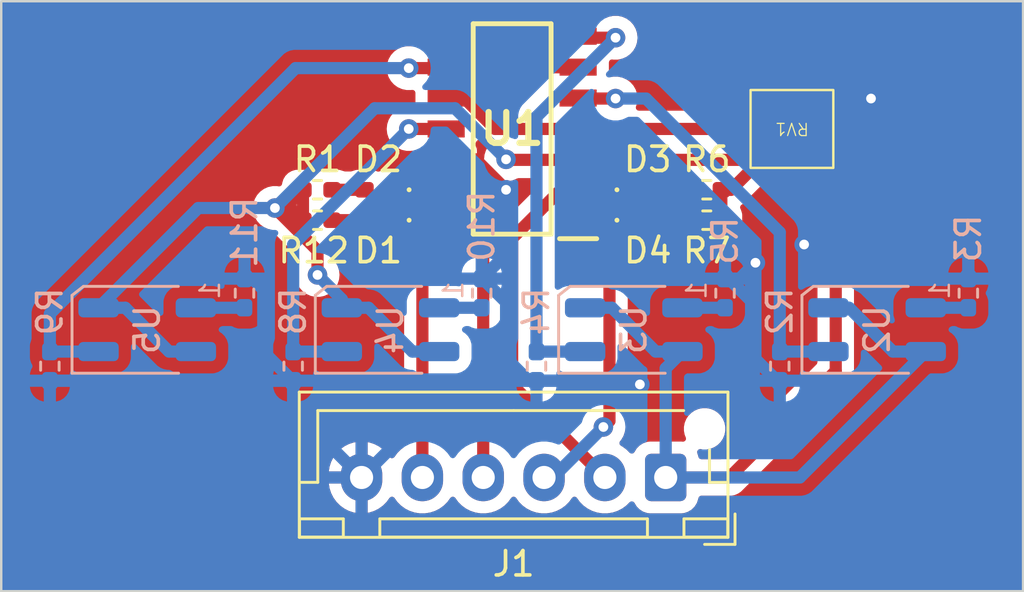
<source format=kicad_pcb>
(kicad_pcb (version 20240108) (generator "pcbnew") (generator_version "8.0")
  (layers (0 "F.Cu" signal) (31 "B.Cu" signal) (34 "B.Paste" user) (35 "F.Paste" user) (36 "B.SilkS" user "B.Silkscreen") (37 "F.SilkS" user "F.Silkscreen") (38 "B.Mask" user) (39 "F.Mask" user) (44 "Edge.Cuts" user))
  (net 0 "")
  (net 1 "Net-(D1-A)")
  (net 2 "Net-(D1-K)")
  (net 3 "Net-(D2-A)")
  (net 4 "Net-(D2-K)")
  (net 5 "Net-(D3-A)")
  (net 6 "Net-(D3-K)")
  (net 7 "Net-(D4-A)")
  (net 8 "Net-(D4-K)")
  (net 9 "GND")
  (net 10 "+3.3V")
  (net 11 "SIGNAL_IR_01")
  (net 12 "Net-(U2-K)")
  (net 13 "SIGNAL_IR_02")
  (net 14 "Net-(U3-K)")
  (net 15 "SIGNAL_IR_03")
  (net 16 "SIGNAL_IR_04")
  (net 17 "Net-(U4-K)")
  (net 18 "Net-(U5-K)")
  (net 19 "V_REF_IR")
  (footprint "Resistor_SMD:R_0402_1005Metric_Pad0.72x0.64mm_HandSolder" (layer "F.Cu") (at 86.189 70.425)
    (property "Reference" "R12" (at -0.1525 1.25 360) (layer "F.SilkS"))
    (property "Value" "330R" (hide yes))
    (fp_line (start -0.167621 -0.38) (end 0.167621 -0.38) (stroke (width 0.12)) (layer "F.SilkS"))
    (fp_line (start -0.167621 0.38) (end 0.167621 0.38) (stroke (width 0.12)) (layer "F.SilkS"))
    (pad "1" smd roundrect (at -0.5975 0) (size 0.715 0.64) (layers "F.Cu" "F.Paste" "F.Mask") (net 10 "+3.3V"))
    (pad "2" smd roundrect (at 0.5975 0) (size 0.715 0.64) (layers "F.Cu" "F.Paste" "F.Mask") (net 1 "Net-(D1-A)"))
  )
  (footprint "LED_SMD:LED_0402_1005Metric_Pad0.77x0.64mm_HandSolder" (layer "F.Cu") (at 88.689 69.175 180)
    (property "Reference" "D2" (at 0 1.25 180) (layer "F.SilkS"))
    (property "Value" "LED" (hide yes))
    (fp_circle (center -1.265 0) (end -1.215 0) (stroke (width 0.1)) (fill none) (layer "F.SilkS"))
    (pad "1" smd roundrect (at -0.5725 0 180) (size 0.765 0.64) (layers "F.Cu" "F.Paste" "F.Mask") (net 4 "Net-(D2-K)"))
    (pad "2" smd roundrect (at 0.5725 0 180) (size 0.765 0.64) (layers "F.Cu" "F.Paste" "F.Mask") (net 3 "Net-(D2-A)"))
  )
  (footprint "LED_SMD:LED_0402_1005Metric_Pad0.77x0.64mm_HandSolder" (layer "F.Cu") (at 99.7615 70.425)
    (property "Reference" "D4" (at 0 1.25 360) (layer "F.SilkS"))
    (property "Value" "LED" (hide yes))
    (fp_circle (center -1.265 0) (end -1.215 0) (stroke (width 0.1)) (fill none) (layer "F.SilkS"))
    (pad "1" smd roundrect (at -0.5725 0) (size 0.765 0.64) (layers "F.Cu" "F.Paste" "F.Mask") (net 8 "Net-(D4-K)"))
    (pad "2" smd roundrect (at 0.5725 0) (size 0.765 0.64) (layers "F.Cu" "F.Paste" "F.Mask") (net 7 "Net-(D4-A)"))
  )
  (footprint "Connector_JST:JST_XH_B6B-XH-AM_1x06_P2.50mm_Vertical" (layer "F.Cu") (at 100.5 81 180)
    (property "Reference" "J1" (at 6.25 -3.55 180) (layer "F.SilkS"))
    (property "Value" "Conn_01x06_Socket" (hide yes))
    (fp_line (start 15.06 3.51) (end 15.06 -2.46) (stroke (width 0.12)) (layer "F.SilkS"))
    (fp_line (start 15.06 -2.46) (end -2.56 -2.46) (stroke (width 0.12)) (layer "F.SilkS"))
    (fp_line (start 15.05 -0.2) (end 14.3 -0.2) (stroke (width 0.12)) (layer "F.SilkS"))
    (fp_line (start 15.05 -1.7) (end 15.05 -2.45) (stroke (width 0.12)) (layer "F.SilkS"))
    (fp_line (start 15.05 -2.45) (end 13.25 -2.45) (stroke (width 0.12)) (layer "F.SilkS"))
    (fp_line (start 14.3 2.75) (end 6.25 2.75) (stroke (width 0.12)) (layer "F.SilkS"))
    (fp_line (start 14.3 -0.2) (end 14.3 2.75) (stroke (width 0.12)) (layer "F.SilkS"))
    (fp_line (start 13.25 -1.7) (end 15.05 -1.7) (stroke (width 0.12)) (layer "F.SilkS"))
    (fp_line (start 13.25 -2.45) (end 13.25 -1.7) (stroke (width 0.12)) (layer "F.SilkS"))
    (fp_line (start 11.75 -1.7) (end 11.75 -2.45) (stroke (width 0.12)) (layer "F.SilkS"))
    (fp_line (start 11.75 -2.45) (end 0.75 -2.45) (stroke (width 0.12)) (layer "F.SilkS"))
    (fp_line (start 6.25 2.75) (end -0.74 2.75) (stroke (width 0.12)) (layer "F.SilkS"))
    (fp_line (start 0.75 -1.7) (end 11.75 -1.7) (stroke (width 0.12)) (layer "F.SilkS"))
    (fp_line (start 0.75 -2.45) (end 0.75 -1.7) (stroke (width 0.12)) (layer "F.SilkS"))
    (fp_line (start -0.75 -1.7) (end -0.75 -2.45) (stroke (width 0.12)) (layer "F.SilkS"))
    (fp_line (start -0.75 -2.45) (end -2.55 -2.45) (stroke (width 0.12)) (layer "F.SilkS"))
    (fp_line (start -1.6 -2.75) (end -2.85 -2.75) (stroke (width 0.12)) (layer "F.SilkS"))
    (fp_line (start -1.8 -0.2) (end -1.8 1.14) (stroke (width 0.12)) (layer "F.SilkS"))
    (fp_line (start -2.55 -0.2) (end -1.8 -0.2) (stroke (width 0.12)) (layer "F.SilkS"))
    (fp_line (start -2.55 -1.7) (end -0.75 -1.7) (stroke (width 0.12)) (layer "F.SilkS"))
    (fp_line (start -2.55 -2.45) (end -2.55 -1.7) (stroke (width 0.12)) (layer "F.SilkS"))
    (fp_line (start -2.56 3.51) (end 15.06 3.51) (stroke (width 0.12)) (layer "F.SilkS"))
    (fp_line (start -2.56 -2.46) (end -2.56 3.51) (stroke (width 0.12)) (layer "F.SilkS"))
    (fp_line (start -2.85 -2.75) (end -2.85 -1.5) (stroke (width 0.12)) (layer "F.SilkS"))
    (pad "" np_thru_hole circle (at -1.6 2 180) (size 1.2 1.2) (drill 1.2) (layers "*.Cu" "*.Mask"))
    (pad "1" thru_hole roundrect (at 0 0 180) (size 1.7 1.95) (drill 0.95) (layers "*.Cu" "*.Mask") (roundrect_rratio 0.147059) (net 10 "+3.3V"))
    (pad "2" thru_hole oval (at 2.5 0 180) (size 1.7 1.95) (drill 0.95) (layers "*.Cu" "*.Mask") (net 6 "Net-(D3-K)"))
    (pad "3" thru_hole oval (at 5 0 180) (size 1.7 1.95) (drill 0.95) (layers "*.Cu" "*.Mask") (net 8 "Net-(D4-K)"))
    (pad "4" thru_hole oval (at 7.5 0 180) (size 1.7 1.95) (drill 0.95) (layers "*.Cu" "*.Mask") (net 4 "Net-(D2-K)"))
    (pad "5" thru_hole oval (at 10 0 180) (size 1.7 1.95) (drill 0.95) (layers "*.Cu" "*.Mask") (net 2 "Net-(D1-K)"))
    (pad "6" thru_hole oval (at 12.5 0 180) (size 1.7 1.95) (drill 0.95) (layers "*.Cu" "*.Mask") (net 9 "GND"))
  )
  (footprint "Resistor_SMD:R_0402_1005Metric_Pad0.72x0.64mm_HandSolder" (layer "F.Cu") (at 102.189 70.425 180)
    (property "Reference" "R7" (at 0 -1.25 180) (layer "F.SilkS"))
    (property "Value" "330R" (hide yes))
    (fp_line (start -0.167621 0.38) (end 0.167621 0.38) (stroke (width 0.12)) (layer "F.SilkS"))
    (fp_line (start -0.167621 -0.38) (end 0.167621 -0.38) (stroke (width 0.12)) (layer "F.SilkS"))
    (pad "1" smd roundrect (at -0.5975 0 180) (size 0.715 0.64) (layers "F.Cu" "F.Paste" "F.Mask") (net 10 "+3.3V"))
    (pad "2" smd roundrect (at 0.5975 0 180) (size 0.715 0.64) (layers "F.Cu" "F.Paste" "F.Mask") (net 7 "Net-(D4-A)"))
  )
  (footprint "User_defined_footprints:SOIC127P600X175-14N" (layer "F.Cu") (at 94.189 66.675 180)
    (property "Reference" "U1" (at 0 0 180) (layer "F.SilkS") (effects (font (size 1.27 1.27) (thickness 0.254))))
    (property "Value" "LM2901" (hide yes))
    (fp_line (start 1.6 4.325) (end -1.6 4.325) (stroke (width 0.2)) (layer "F.SilkS"))
    (fp_line (start 1.6 -4.325) (end 1.6 4.325) (stroke (width 0.2)) (layer "F.SilkS"))
    (fp_line (start -1.6 4.325) (end -1.6 -4.325) (stroke (width 0.2)) (layer "F.SilkS"))
    (fp_line (start -1.6 -4.325) (end 1.6 -4.325) (stroke (width 0.2)) (layer "F.SilkS"))
    (fp_line (start -3.475 -4.51) (end -1.95 -4.51) (stroke (width 0.2)) (layer "F.SilkS"))
    (pad "1" smd rect (at -2.712 -3.81 270) (size 0.7 1.525) (layers "F.Cu" "F.Paste" "F.Mask") (net 8 "Net-(D4-K)"))
    (pad "2" smd rect (at -2.712 -2.54 270) (size 0.7 1.525) (layers "F.Cu" "F.Paste" "F.Mask") (net 6 "Net-(D3-K)"))
    (pad "3" smd rect (at -2.712 -1.27 270) (size 0.7 1.525) (layers "F.Cu" "F.Paste" "F.Mask") (net 10 "+3.3V"))
    (pad "4" smd rect (at -2.712 0 270) (size 0.7 1.525) (layers "F.Cu" "F.Paste" "F.Mask") (net 19 "V_REF_IR"))
    (pad "5" smd rect (at -2.712 1.27 270) (size 0.7 1.525) (layers "F.Cu" "F.Paste" "F.Mask") (net 11 "SIGNAL_IR_01"))
    (pad "6" smd rect (at -2.712 2.54 270) (size 0.7 1.525) (layers "F.Cu" "F.Paste" "F.Mask") (net 19 "V_REF_IR"))
    (pad "7" smd rect (at -2.712 3.81 270) (size 0.7 1.525) (layers "F.Cu" "F.Paste" "F.Mask") (net 13 "SIGNAL_IR_02"))
    (pad "8" smd rect (at 2.712 3.81 270) (size 0.7 1.525) (layers "F.Cu" "F.Paste" "F.Mask") (net 19 "V_REF_IR"))
    (pad "9" smd rect (at 2.712 2.54 270) (size 0.7 1.525) (layers "F.Cu" "F.Paste" "F.Mask") (net 16 "SIGNAL_IR_04"))
    (pad "10" smd rect (at 2.712 1.27 270) (size 0.7 1.525) (layers "F.Cu" "F.Paste" "F.Mask") (net 19 "V_REF_IR"))
    (pad "11" smd rect (at 2.712 0 270) (size 0.7 1.525) (layers "F.Cu" "F.Paste" "F.Mask") (net 15 "SIGNAL_IR_03"))
    (pad "12" smd rect (at 2.712 -1.27 270) (size 0.7 1.525) (layers "F.Cu" "F.Paste" "F.Mask") (net 9 "GND"))
    (pad "13" smd rect (at 2.712 -2.54 270) (size 0.7 1.525) (layers "F.Cu" "F.Paste" "F.Mask") (net 4 "Net-(D2-K)"))
    (pad "14" smd rect (at 2.712 -3.81 270) (size 0.7 1.525) (layers "F.Cu" "F.Paste" "F.Mask") (net 2 "Net-(D1-K)"))
  )
  (footprint "User_defined_footprints:Potencjometr 3,2x3,4" (layer "F.Cu") (at 105.689 66.675 180)
    (property "Reference" "RV1" (at 0 0 180) (layer "F.SilkS") (effects (font (size 0.5 0.5) (thickness 0.05))))
    (property "Value" "R_Potentiometer" (hide yes))
    (fp_rect (start -1.7 -1.6) (end 1.7 1.6) (stroke (width 0.1)) (fill none) (layer "F.SilkS"))
    (pad "1" smd roundrect (at -1.8 -1.2 180) (size 1.5 1) (layers "F.Cu" "F.Paste" "F.Mask") (net 10 "+3.3V"))
    (pad "2" smd roundrect (at 1.8 0 180) (size 1.5 1) (layers "F.Cu" "F.Paste" "F.Mask") (net 19 "V_REF_IR"))
    (pad "3" smd roundrect (at -1.8 1.2 180) (size 1.5 1) (layers "F.Cu" "F.Paste" "F.Mask") (net 9 "GND"))
  )
  (footprint "Resistor_SMD:R_0402_1005Metric_Pad0.72x0.64mm_HandSolder" (layer "F.Cu") (at 86.189 69.175)
    (property "Reference" "R1" (at 0 -1.25 360) (layer "F.SilkS"))
    (property "Value" "330R" (hide yes))
    (fp_line (start -0.167621 -0.38) (end 0.167621 -0.38) (stroke (width 0.12)) (layer "F.SilkS"))
    (fp_line (start -0.167621 0.38) (end 0.167621 0.38) (stroke (width 0.12)) (layer "F.SilkS"))
    (pad "1" smd roundrect (at -0.5975 0) (size 0.715 0.64) (layers "F.Cu" "F.Paste" "F.Mask") (net 10 "+3.3V"))
    (pad "2" smd roundrect (at 0.5975 0) (size 0.715 0.64) (layers "F.Cu" "F.Paste" "F.Mask") (net 3 "Net-(D2-A)"))
  )
  (footprint "LED_SMD:LED_0402_1005Metric_Pad0.77x0.64mm_HandSolder" (layer "F.Cu") (at 88.689 70.425 180)
    (property "Reference" "D1" (at 0 -1.25 180) (layer "F.SilkS"))
    (property "Value" "LED" (hide yes))
    (fp_circle (center -1.265 0) (end -1.215 0) (stroke (width 0.1)) (fill none) (layer "F.SilkS"))
    (pad "1" smd roundrect (at -0.5725 0 180) (size 0.765 0.64) (layers "F.Cu" "F.Paste" "F.Mask") (net 2 "Net-(D1-K)"))
    (pad "2" smd roundrect (at 0.5725 0 180) (size 0.765 0.64) (layers "F.Cu" "F.Paste" "F.Mask") (net 1 "Net-(D1-A)"))
  )
  (footprint "Resistor_SMD:R_0402_1005Metric_Pad0.72x0.64mm_HandSolder" (layer "F.Cu") (at 102.189 69.175 180)
    (property "Reference" "R6" (at 0 1.25 180) (layer "F.SilkS"))
    (property "Value" "330R" (hide yes))
    (fp_line (start -0.167621 0.38) (end 0.167621 0.38) (stroke (width 0.12)) (layer "F.SilkS"))
    (fp_line (start -0.167621 -0.38) (end 0.167621 -0.38) (stroke (width 0.12)) (layer "F.SilkS"))
    (pad "1" smd roundrect (at -0.5975 0 180) (size 0.715 0.64) (layers "F.Cu" "F.Paste" "F.Mask") (net 10 "+3.3V"))
    (pad "2" smd roundrect (at 0.5975 0 180) (size 0.715 0.64) (layers "F.Cu" "F.Paste" "F.Mask") (net 5 "Net-(D3-A)"))
  )
  (footprint "LED_SMD:LED_0402_1005Metric_Pad0.77x0.64mm_HandSolder" (layer "F.Cu") (at 99.7615 69.175)
    (property "Reference" "D3" (at 0 -1.25 360) (layer "F.SilkS"))
    (property "Value" "LED" (hide yes))
    (fp_circle (center -1.265 0) (end -1.215 0) (stroke (width 0.1)) (fill none) (layer "F.SilkS"))
    (pad "1" smd roundrect (at -0.5725 0) (size 0.765 0.64) (layers "F.Cu" "F.Paste" "F.Mask") (net 6 "Net-(D3-K)"))
    (pad "2" smd roundrect (at 0.5725 0) (size 0.765 0.64) (layers "F.Cu" "F.Paste" "F.Mask") (net 5 "Net-(D3-A)"))
  )
  (footprint "Resistor_SMD:R_0402_1005Metric_Pad0.72x0.64mm_HandSolder" (layer "B.Cu") (at 112.939 73.425 90)
    (property "Reference" "R3" (at 2.25 0 270) (layer "B.SilkS") (effects (justify mirror)))
    (property "Value" "110R")
    (fp_line (start 0.167621 -0.38) (end -0.167621 -0.38) (stroke (width 0.12)) (layer "B.SilkS"))
    (fp_line (start 0.167621 0.38) (end -0.167621 0.38) (stroke (width 0.12)) (layer "B.SilkS"))
    (pad "1" smd roundrect (at -0.5975 0 90) (size 0.715 0.64) (layers "B.Cu" "B.Paste" "B.Mask") (net 12 "Net-(U2-K)"))
    (pad "2" smd roundrect (at 0.5975 0 90) (size 0.715 0.64) (layers "B.Cu" "B.Paste" "B.Mask") (net 9 "GND"))
  )
  (footprint "Resistor_SMD:R_0402_1005Metric_Pad0.72x0.64mm_HandSolder" (layer "B.Cu") (at 95.189 76.425 -90)
    (property "Reference" "R4" (at -2.25 0 90) (layer "B.SilkS") (effects (justify mirror)))
    (property "Value" "22kR")
    (fp_line (start 0.167621 0.38) (end -0.167621 0.38) (stroke (width 0.12)) (layer "B.SilkS"))
    (fp_line (start 0.167621 -0.38) (end -0.167621 -0.38) (stroke (width 0.12)) (layer "B.SilkS"))
    (pad "1" smd roundrect (at -0.5975 0 270) (size 0.715 0.64) (layers "B.Cu" "B.Paste" "B.Mask") (net 13 "SIGNAL_IR_02"))
    (pad "2" smd roundrect (at 0.5975 0 270) (size 0.715 0.64) (layers "B.Cu" "B.Paste" "B.Mask") (net 9 "GND"))
  )
  (footprint "OptoDevice:Everlight_ITR1201SR10AR" (layer "B.Cu") (at 79.189 74.925 -90)
    (property "Reference" "U5" (at 0 0 -90) (layer "B.SilkS") (effects (justify mirror)))
    (property "Value" "ITR8307-S17-TR8" (hide yes))
    (fp_line (start 1.79 3.09) (end -1.41 3.09) (stroke (width 0.12)) (layer "B.SilkS"))
    (fp_line (start -1.78 2.62) (end -1.41 3.09) (stroke (width 0.12)) (layer "B.SilkS"))
    (fp_line (start -1.78 -1.28) (end -1.78 2.62) (stroke (width 0.12)) (layer "B.SilkS"))
    (fp_line (start 1.79 -1.29) (end 1.79 3.09) (stroke (width 0.12)) (layer "B.SilkS"))
    (fp_text user "1" (at -2.06 -3.05 90) (layer "B.SilkS") (effects (font (size 0.8 0.8) (thickness 0.1)) (justify left bottom mirror)))
    (pad "1" smd roundrect (at -0.9 -2 270) (size 0.79 1.66) (layers "B.Cu" "B.Paste" "B.Mask") (net 18 "Net-(U5-K)"))
    (pad "2" smd roundrect (at -0.9 2 270) (size 0.79 1.66) (layers "B.Cu" "B.Paste" "B.Mask") (net 10 "+3.3V"))
    (pad "3" smd roundrect (at 0.9 -2 270) (size 0.79 1.66) (layers "B.Cu" "B.Paste" "B.Mask") (net 10 "+3.3V"))
    (pad "4" smd roundrect (at 0.9 2 270) (size 0.79 1.66) (layers "B.Cu" "B.Paste" "B.Mask") (net 16 "SIGNAL_IR_04"))
  )
  (footprint "Resistor_SMD:R_0402_1005Metric_Pad0.72x0.64mm_HandSolder" (layer "B.Cu") (at 85.189 76.425 -90)
    (property "Reference" "R8" (at -2.25 0 90) (layer "B.SilkS") (effects (justify mirror)))
    (property "Value" "22kR")
    (fp_line (start 0.167621 0.38) (end -0.167621 0.38) (stroke (width 0.12)) (layer "B.SilkS"))
    (fp_line (start 0.167621 -0.38) (end -0.167621 -0.38) (stroke (width 0.12)) (layer "B.SilkS"))
    (pad "1" smd roundrect (at -0.5975 0 270) (size 0.715 0.64) (layers "B.Cu" "B.Paste" "B.Mask") (net 15 "SIGNAL_IR_03"))
    (pad "2" smd roundrect (at 0.5975 0 270) (size 0.715 0.64) (layers "B.Cu" "B.Paste" "B.Mask") (net 9 "GND"))
  )
  (footprint "Resistor_SMD:R_0402_1005Metric_Pad0.72x0.64mm_HandSolder" (layer "B.Cu") (at 75.189 76.425 -90)
    (property "Reference" "R9" (at -2.25 0 90) (layer "B.SilkS") (effects (justify mirror)))
    (property "Value" "22kR")
    (fp_line (start 0.167621 0.38) (end -0.167621 0.38) (stroke (width 0.12)) (layer "B.SilkS"))
    (fp_line (start 0.167621 -0.38) (end -0.167621 -0.38) (stroke (width 0.12)) (layer "B.SilkS"))
    (pad "1" smd roundrect (at -0.5975 0 270) (size 0.715 0.64) (layers "B.Cu" "B.Paste" "B.Mask") (net 16 "SIGNAL_IR_04"))
    (pad "2" smd roundrect (at 0.5975 0 270) (size 0.715 0.64) (layers "B.Cu" "B.Paste" "B.Mask") (net 9 "GND"))
  )
  (footprint "Resistor_SMD:R_0402_1005Metric_Pad0.72x0.64mm_HandSolder" (layer "B.Cu") (at 102.939 73.425 90)
    (property "Reference" "R5" (at 2.1525 0 270) (layer "B.SilkS") (effects (justify mirror)))
    (property "Value" "110R")
    (fp_line (start 0.167621 -0.38) (end -0.167621 -0.38) (stroke (width 0.12)) (layer "B.SilkS"))
    (fp_line (start 0.167621 0.38) (end -0.167621 0.38) (stroke (width 0.12)) (layer "B.SilkS"))
    (pad "1" smd roundrect (at -0.5975 0 90) (size 0.715 0.64) (layers "B.Cu" "B.Paste" "B.Mask") (net 14 "Net-(U3-K)"))
    (pad "2" smd roundrect (at 0.5975 0 90) (size 0.715 0.64) (layers "B.Cu" "B.Paste" "B.Mask") (net 9 "GND"))
  )
  (footprint "OptoDevice:Everlight_ITR1201SR10AR" (layer "B.Cu") (at 89.189 74.925 -90)
    (property "Reference" "U4" (at 0 0 -90) (layer "B.SilkS") (effects (justify mirror)))
    (property "Value" "ITR8307-S17-TR8" (hide yes))
    (fp_line (start 1.79 3.09) (end -1.41 3.09) (stroke (width 0.12)) (layer "B.SilkS"))
    (fp_line (start -1.78 2.62) (end -1.41 3.09) (stroke (width 0.12)) (layer "B.SilkS"))
    (fp_line (start -1.78 -1.28) (end -1.78 2.62) (stroke (width 0.12)) (layer "B.SilkS"))
    (fp_line (start 1.79 -1.29) (end 1.79 3.09) (stroke (width 0.12)) (layer "B.SilkS"))
    (fp_text user "1" (at -2.06 -3.05 90) (layer "B.SilkS") (effects (font (size 0.8 0.8) (thickness 0.1)) (justify left bottom mirror)))
    (pad "1" smd roundrect (at -0.9 -2 270) (size 0.79 1.66) (layers "B.Cu" "B.Paste" "B.Mask") (net 17 "Net-(U4-K)"))
    (pad "2" smd roundrect (at -0.9 2 270) (size 0.79 1.66) (layers "B.Cu" "B.Paste" "B.Mask") (net 10 "+3.3V"))
    (pad "3" smd roundrect (at 0.9 -2 270) (size 0.79 1.66) (layers "B.Cu" "B.Paste" "B.Mask") (net 10 "+3.3V"))
    (pad "4" smd roundrect (at 0.9 2 270) (size 0.79 1.66) (layers "B.Cu" "B.Paste" "B.Mask") (net 15 "SIGNAL_IR_03"))
  )
  (footprint "OptoDevice:Everlight_ITR1201SR10AR" (layer "B.Cu") (at 109.189 74.925 -90)
    (property "Reference" "U2" (at 0 0 -90) (layer "B.SilkS") (effects (justify mirror)))
    (property "Value" "ITR8307-S17-TR8" (hide yes))
    (fp_line (start 1.79 3.09) (end -1.41 3.09) (stroke (width 0.12)) (layer "B.SilkS"))
    (fp_line (start -1.78 2.62) (end -1.41 3.09) (stroke (width 0.12)) (layer "B.SilkS"))
    (fp_line (start -1.78 -1.28) (end -1.78 2.62) (stroke (width 0.12)) (layer "B.SilkS"))
    (fp_line (start 1.79 -1.29) (end 1.79 3.09) (stroke (width 0.12)) (layer "B.SilkS"))
    (fp_text user "1" (at -2.06 -3.05 90) (layer "B.SilkS") (effects (font (size 0.8 0.8) (thickness 0.1)) (justify left bottom mirror)))
    (pad "1" smd roundrect (at -0.9 -2 270) (size 0.79 1.66) (layers "B.Cu" "B.Paste" "B.Mask") (net 12 "Net-(U2-K)"))
    (pad "2" smd roundrect (at -0.9 2 270) (size 0.79 1.66) (layers "B.Cu" "B.Paste" "B.Mask") (net 10 "+3.3V"))
    (pad "3" smd roundrect (at 0.9 -2 270) (size 0.79 1.66) (layers "B.Cu" "B.Paste" "B.Mask") (net 10 "+3.3V"))
    (pad "4" smd roundrect (at 0.9 2 270) (size 0.79 1.66) (layers "B.Cu" "B.Paste" "B.Mask") (net 11 "SIGNAL_IR_01"))
  )
  (footprint "Resistor_SMD:R_0402_1005Metric_Pad0.72x0.64mm_HandSolder" (layer "B.Cu") (at 105.189 76.425 -90)
    (property "Reference" "R2" (at -2.25 0 90) (layer "B.SilkS") (effects (justify mirror)))
    (property "Value" "22kR")
    (fp_line (start 0.167621 0.38) (end -0.167621 0.38) (stroke (width 0.12)) (layer "B.SilkS"))
    (fp_line (start 0.167621 -0.38) (end -0.167621 -0.38) (stroke (width 0.12)) (layer "B.SilkS"))
    (pad "1" smd roundrect (at -0.5975 0 270) (size 0.715 0.64) (layers "B.Cu" "B.Paste" "B.Mask") (net 11 "SIGNAL_IR_01"))
    (pad "2" smd roundrect (at 0.5975 0 270) (size 0.715 0.64) (layers "B.Cu" "B.Paste" "B.Mask") (net 9 "GND"))
  )
  (footprint "Resistor_SMD:R_0402_1005Metric_Pad0.72x0.64mm_HandSolder" (layer "B.Cu") (at 83.189 73.425 90)
    (property "Reference" "R11" (at 2.5 0 270) (layer "B.SilkS") (effects (justify mirror)))
    (property "Value" "110R")
    (fp_line (start 0.167621 -0.38) (end -0.167621 -0.38) (stroke (width 0.12)) (layer "B.SilkS"))
    (fp_line (start 0.167621 0.38) (end -0.167621 0.38) (stroke (width 0.12)) (layer "B.SilkS"))
    (pad "1" smd roundrect (at -0.5975 0 90) (size 0.715 0.64) (layers "B.Cu" "B.Paste" "B.Mask") (net 18 "Net-(U5-K)"))
    (pad "2" smd roundrect (at 0.5975 0 90) (size 0.715 0.64) (layers "B.Cu" "B.Paste" "B.Mask") (net 9 "GND"))
  )
  (footprint "OptoDevice:Everlight_ITR1201SR10AR" (layer "B.Cu") (at 99.189 74.925 -90)
    (property "Reference" "U3" (at 0 0 -90) (layer "B.SilkS") (effects (justify mirror)))
    (property "Value" "ITR8307-S17-TR8" (hide yes))
    (fp_line (start 1.79 3.09) (end -1.41 3.09) (stroke (width 0.12)) (layer "B.SilkS"))
    (fp_line (start -1.78 2.62) (end -1.41 3.09) (stroke (width 0.12)) (layer "B.SilkS"))
    (fp_line (start -1.78 -1.28) (end -1.78 2.62) (stroke (width 0.12)) (layer "B.SilkS"))
    (fp_line (start 1.79 -1.29) (end 1.79 3.09) (stroke (width 0.12)) (layer "B.SilkS"))
    (fp_text user "1" (at -2.06 -3.05 90) (layer "B.SilkS") (effects (font (size 0.8 0.8) (thickness 0.1)) (justify left bottom mirror)))
    (pad "1" smd roundrect (at -0.9 -2 270) (size 0.79 1.66) (layers "B.Cu" "B.Paste" "B.Mask") (net 14 "Net-(U3-K)"))
    (pad "2" smd roundrect (at -0.9 2 270) (size 0.79 1.66) (layers "B.Cu" "B.Paste" "B.Mask") (net 10 "+3.3V"))
    (pad "3" smd roundrect (at 0.9 -2 270) (size 0.79 1.66) (layers "B.Cu" "B.Paste" "B.Mask") (net 10 "+3.3V"))
    (pad "4" smd roundrect (at 0.9 2 270) (size 0.79 1.66) (layers "B.Cu" "B.Paste" "B.Mask") (net 13 "SIGNAL_IR_02"))
  )
  (footprint "Resistor_SMD:R_0402_1005Metric_Pad0.72x0.64mm_HandSolder" (layer "B.Cu") (at 92.939 73.425 90)
    (property "Reference" "R10" (at 2.75 0 270) (layer "B.SilkS") (effects (justify mirror)))
    (property "Value" "110R")
    (fp_line (start 0.167621 -0.38) (end -0.167621 -0.38) (stroke (width 0.12)) (layer "B.SilkS"))
    (fp_line (start 0.167621 0.38) (end -0.167621 0.38) (stroke (width 0.12)) (layer "B.SilkS"))
    (pad "1" smd roundrect (at -0.5975 0 90) (size 0.715 0.64) (layers "B.Cu" "B.Paste" "B.Mask") (net 17 "Net-(U4-K)"))
    (pad "2" smd roundrect (at 0.5975 0 90) (size 0.715 0.64) (layers "B.Cu" "B.Paste" "B.Mask") (net 9 "GND"))
  )
  (gr_rect (start 73.189 61.425) (end 115.189 85.675) (stroke (width 0.1)) (fill none) (layer "Edge.Cuts"))
  (segment (start 88.1165 70.425) (end 86.7865 70.425) (width 0.5) (layer "F.Cu") (net 1))
  (segment (start 90.5 71.462) (end 91.477 70.485) (width 0.5) (layer "F.Cu") (net 2))
  (segment (start 91.477 70.485) (end 89.3215 70.485) (width 0.5) (layer "F.Cu") (net 2))
  (segment (start 90.5 81) (end 90.5 71.462) (width 0.5) (layer "F.Cu") (net 2))
  (segment (start 89.3215 70.485) (end 89.2615 70.425) (width 0.5) (layer "F.Cu") (net 2))
  (segment (start 86.7865 69.175) (end 88.1165 69.175) (width 0.5) (layer "F.Cu") (net 3))
  (segment (start 89.3015 69.215) (end 89.2615 69.175) (width 0.5) (layer "F.Cu") (net 4))
  (segment (start 91.477 69.215) (end 89.3015 69.215) (width 0.5) (layer "F.Cu") (net 4))
  (segment (start 93 69.4755) (end 92.7395 69.215) (width 0.5) (layer "F.Cu") (net 4))
  (segment (start 92.7395 69.215) (end 91.477 69.215) (width 0.5) (layer "F.Cu") (net 4))
  (segment (start 93 81) (end 93 69.4755) (width 0.5) (layer "F.Cu") (net 4))
  (segment (start 100.334 69.175) (end 101.5915 69.175) (width 0.5) (layer "F.Cu") (net 5))
  (segment (start 96.901 69.215) (end 99.149 69.215) (width 0.5) (layer "F.Cu") (net 6))
  (segment (start 98 81) (end 94.189 77.189) (width 0.5) (layer "F.Cu") (net 6))
  (segment (start 94.189 71.175) (end 96.149 69.215) (width 0.5) (layer "F.Cu") (net 6))
  (segment (start 96.149 69.215) (end 96.901 69.215) (width 0.5) (layer "F.Cu") (net 6))
  (segment (start 94.189 77.189) (end 94.189 71.175) (width 0.5) (layer "F.Cu") (net 6))
  (segment (start 99.149 69.215) (end 99.189 69.175) (width 0.5) (layer "F.Cu") (net 6))
  (segment (start 100.334 70.425) (end 101.5915 70.425) (width 0.5) (layer "F.Cu") (net 7))
  (segment (start 99.129 70.485) (end 99.189 70.425) (width 0.5) (layer "F.Cu") (net 8))
  (segment (start 98.189 71.773) (end 96.901 70.485) (width 0.5) (layer "F.Cu") (net 8))
  (segment (start 96.901 70.485) (end 99.129 70.485) (width 0.5) (layer "F.Cu") (net 8))
  (segment (start 98.189 78.675) (end 98.189 71.773) (width 0.5) (layer "F.Cu") (net 8))
  (segment (start 97.939 78.925) (end 98.189 78.675) (width 0.5) (layer "F.Cu") (net 8))
  (via (at 97.939 78.925) (size 0.8) (drill 0.4) (layers "F.Cu" "B.Cu") (net 8))
  (segment (start 95.864 81) (end 97.939 78.925) (width 0.5) (layer "B.Cu") (net 8))
  (segment (start 95.5 81) (end 95.864 81) (width 0.5) (layer "B.Cu") (net 8))
  (segment (start 104.189 73.175) (end 104.189 72.175) (width 0.5) (layer "F.Cu") (net 9))
  (segment (start 107.539 65.425) (end 107.489 65.475) (width 0.5) (layer "F.Cu") (net 9))
  (segment (start 91.497 67.925) (end 91.477 67.945) (width 0.5) (layer "F.Cu") (net 9))
  (segment (start 93.939 69.175) (end 92.689 67.925) (width 0.5) (layer "F.Cu") (net 9))
  (segment (start 106.189 71.425) (end 104.939 71.425) (width 0.5) (layer "F.Cu") (net 9))
  (segment (start 99.439 77.175) (end 100.189 77.175) (width 0.5) (layer "F.Cu") (net 9))
  (segment (start 100.189 77.175) (end 104.189 73.175) (width 0.5) (layer "F.Cu") (net 9))
  (segment (start 92.689 67.925) (end 91.497 67.925) (width 0.5) (layer "F.Cu") (net 9))
  (segment (start 104.939 71.425) (end 104.189 72.175) (width 0.5) (layer "F.Cu") (net 9))
  (segment (start 108.939 65.425) (end 107.539 65.425) (width 0.5) (layer "F.Cu") (net 9))
  (via (at 93.939 69.175) (size 0.8) (drill 0.4) (layers "F.Cu" "B.Cu") (net 9))
  (via (at 104.189 72.175) (size 0.8) (drill 0.4) (layers "F.Cu" "B.Cu") (net 9))
  (via (at 108.939 65.425) (size 0.8) (drill 0.4) (layers "F.Cu" "B.Cu") (net 9))
  (via (at 106.189 71.425) (size 0.8) (drill 0.4) (layers "F.Cu" "B.Cu") (net 9))
  (via (at 99.439 77.175) (size 0.8) (drill 0.4) (layers "F.Cu" "B.Cu") (net 9))
  (segment (start 103.0915 72.8275) (end 102.939 72.8275) (width 0.5) (layer "B.Cu") (net 9))
  (segment (start 85.159396 77.0225) (end 85.189 77.0225) (width 0.5) (layer "B.Cu") (net 9))
  (segment (start 93.939 69.175) (end 93.939 71.8275) (width 0.5) (layer "B.Cu") (net 9))
  (segment (start 83.959 75.822104) (end 85.159396 77.0225) (width 0.5) (layer "B.Cu") (net 9))
  (segment (start 104.189 72.175) (end 103.5365 72.8275) (width 0.5) (layer "B.Cu") (net 9))
  (segment (start 94.869001 77.0225) (end 93.939 76.092499) (width 0.5) (layer "B.Cu") (net 9))
  (segment (start 85.189 78.189) (end 88 81) (width 0.5) (layer "B.Cu") (net 9))
  (segment (start 112.939 72.8275) (end 112.939 69.425) (width 0.5) (layer "B.Cu") (net 9))
  (segment (start 83.959 73.277501) (end 83.959 75.822104) (width 0.5) (layer "B.Cu") (net 9))
  (segment (start 85.189 77.0225) (end 85.189 78.189) (width 0.5) (layer "B.Cu") (net 9))
  (segment (start 91.9775 77.0225) (end 88 81) (width 0.5) (layer "B.Cu") (net 9))
  (segment (start 112.939 69.425) (end 108.939 65.425) (width 0.5) (layer "B.Cu") (net 9))
  (segment (start 83.189 72.8275) (end 83.508999 72.8275) (width 0.5) (layer "B.Cu") (net 9))
  (segment (start 83.508999 72.8275) (end 83.959 73.277501) (width 0.5) (layer "B.Cu") (net 9))
  (segment (start 108.939 65.425) (end 108.939 68.675) (width 0.5) (layer "B.Cu") (net 9))
  (segment (start 75.189 77.0225) (end 85.189 77.0225) (width 0.5) (layer "B.Cu") (net 9))
  (segment (start 93.939 73.797896) (end 92.968604 72.8275) (width 0.5) (layer "B.Cu") (net 9))
  (segment (start 105.189 77.0225) (end 105.077751 77.0225) (width 0.5) (layer "B.Cu") (net 9))
  (segment (start 105.077751 77.0225) (end 104.189 76.133749) (width 0.5) (layer "B.Cu") (net 9))
  (segment (start 92.968604 72.8275) (end 92.939 72.8275) (width 0.5) (layer "B.Cu") (net 9))
  (segment (start 99.2865 77.0225) (end 99.439 77.175) (width 0.5) (layer "B.Cu") (net 9))
  (segment (start 95.189 77.0225) (end 91.9775 77.0225) (width 0.5) (layer "B.Cu") (net 9))
  (segment (start 108.939 68.675) (end 106.189 71.425) (width 0.5) (layer "B.Cu") (net 9))
  (segment (start 95.189 77.0225) (end 99.2865 77.0225) (width 0.5) (layer "B.Cu") (net 9))
  (segment (start 93.939 76.092499) (end 93.939 73.797896) (width 0.5) (layer "B.Cu") (net 9))
  (segment (start 104.189 73.925) (end 103.0915 72.8275) (width 0.5) (layer "B.Cu") (net 9))
  (segment (start 95.189 77.0225) (end 94.869001 77.0225) (width 0.5) (layer "B.Cu") (net 9))
  (segment (start 93.939 71.8275) (end 92.939 72.8275) (width 0.5) (layer "B.Cu") (net 9))
  (segment (start 103.5365 72.8275) (end 102.939 72.8275) (width 0.5) (layer "B.Cu") (net 9))
  (segment (start 104.189 76.133749) (end 104.189 73.925) (width 0.5) (layer "B.Cu") (net 9))
  (segment (start 86.189 72.675) (end 86.189 71.675) (width 0.5) (layer "F.Cu") (net 10))
  (segment (start 93.939 67.925) (end 93.959 67.945) (width 0.5) (layer "F.Cu") (net 10))
  (segment (start 103.114 81) (end 107.489 76.625) (width 0.5) (layer "F.Cu") (net 10))
  (segment (start 93.959 67.945) (end 96.901 67.945) (width 0.5) (layer "F.Cu") (net 10))
  (segment (start 84.439 69.925) (end 85.0915 69.925) (width 0.5) (layer "F.Cu") (net 10))
  (segment (start 107.489 76.625) (end 107.489 67.875) (width 0.5) (layer "F.Cu") (net 10))
  (segment (start 84.439 69.925) (end 84.8415 69.925) (width 0.5) (layer "F.Cu") (net 10))
  (segment (start 96.901 67.945) (end 107.419 67.945) (width 0.5) (layer "F.Cu") (net 10))
  (segment (start 86.189 71.675) (end 84.439 69.925) (width 0.5) (layer "F.Cu") (net 10))
  (segment (start 85.0915 69.925) (end 85.5915 70.425) (width 0.5) (layer "F.Cu") (net 10))
  (segment (start 103.189 69.175) (end 104.489 67.875) (width 0.5) (layer "F.Cu") (net 10))
  (segment (start 84.8415 69.925) (end 85.5915 69.175) (width 0.5) (layer "F.Cu") (net 10))
  (segment (start 100.5 81) (end 103.114 81) (width 0.5) (layer "F.Cu") (net 10))
  (segment (start 104.489 67.875) (end 107.489 67.875) (width 0.5) (layer "F.Cu") (net 10))
  (segment (start 85.5915 69.175) (end 85.5915 70.425) (width 0.5) (layer "F.Cu") (net 10))
  (segment (start 102.7865 69.175) (end 102.7865 70.425) (width 0.5) (layer "F.Cu") (net 10))
  (segment (start 102.7865 69.175) (end 103.189 69.175) (width 0.5) (layer "F.Cu") (net 10))
  (segment (start 107.419 67.945) (end 107.489 67.875) (width 0.5) (layer "F.Cu") (net 10))
  (via (at 84.439 69.925) (size 0.8) (drill 0.4) (layers "F.Cu" "B.Cu") (net 10))
  (via (at 86.189 72.675) (size 0.8) (drill 0.4) (layers "F.Cu" "B.Cu") (net 10))
  (via (at 93.939 67.925) (size 0.8) (drill 0.4) (layers "F.Cu" "B.Cu") (net 10))
  (segment (start 100.5 81) (end 100.5 76.514) (width 0.5) (layer "B.Cu") (net 10))
  (segment (start 106.014 81) (end 111.189 75.825) (width 0.5) (layer "B.Cu") (net 10))
  (segment (start 81.289 69.925) (end 84.439 69.925) (width 0.5) (layer "B.Cu") (net 10))
  (segment (start 100.5 76.514) (end 101.189 75.825) (width 0.5) (layer "B.Cu") (net 10))
  (segment (start 87.189 74.025) (end 88.289 74.025) (width 0.5) (layer "B.Cu") (net 10))
  (segment (start 91.839 65.825) (end 88.539 65.825) (width 0.5) (layer "B.Cu") (net 10))
  (segment (start 78.289 74.025) (end 80.089 75.825) (width 0.5) (layer "B.Cu") (net 10))
  (segment (start 108.039 74.025) (end 109.839 75.825) (width 0.5) (layer "B.Cu") (net 10))
  (segment (start 97.189 74.025) (end 98.289 74.025) (width 0.5) (layer "B.Cu") (net 10))
  (segment (start 109.839 75.825) (end 111.189 75.825) (width 0.5) (layer "B.Cu") (net 10))
  (segment (start 93.939 67.925) (end 91.839 65.825) (width 0.5) (layer "B.Cu") (net 10))
  (segment (start 87.189 74.025) (end 87.189 73.675) (width 0.5) (layer "B.Cu") (net 10))
  (segment (start 107.189 74.025) (end 108.039 74.025) (width 0.5) (layer "B.Cu") (net 10))
  (segment (start 88.539 65.825) (end 84.439 69.925) (width 0.5) (layer "B.Cu") (net 10))
  (segment (start 80.089 75.825) (end 81.189 75.825) (width 0.5) (layer "B.Cu") (net 10))
  (segment (start 100.5 81) (end 106.014 81) (width 0.5) (layer "B.Cu") (net 10))
  (segment (start 88.289 74.025) (end 90.089 75.825) (width 0.5) (layer "B.Cu") (net 10))
  (segment (start 98.289 74.025) (end 100.089 75.825) (width 0.5) (layer "B.Cu") (net 10))
  (segment (start 77.189 74.025) (end 81.289 69.925) (width 0.5) (layer "B.Cu") (net 10))
  (segment (start 77.189 74.025) (end 78.289 74.025) (width 0.5) (layer "B.Cu") (net 10))
  (segment (start 87.189 73.675) (end 86.189 72.675) (width 0.5) (layer "B.Cu") (net 10))
  (segment (start 100.089 75.825) (end 101.189 75.825) (width 0.5) (layer "B.Cu") (net 10))
  (segment (start 90.089 75.825) (end 91.189 75.825) (width 0.5) (layer "B.Cu") (net 10))
  (segment (start 96.921 65.425) (end 96.901 65.405) (width 0.5) (layer "F.Cu") (net 11))
  (segment (start 98.439 65.425) (end 96.921 65.425) (width 0.5) (layer "F.Cu") (net 11))
  (via (at 98.439 65.425) (size 0.8) (drill 0.4) (layers "F.Cu" "B.Cu") (net 11))
  (segment (start 107.189 75.825) (end 105.1915 75.825) (width 0.5) (layer "B.Cu") (net 11))
  (segment (start 105.189 75.8275) (end 105.189 70.925) (width 0.5) (layer "B.Cu") (net 11))
  (segment (start 99.689 65.425) (end 98.439 65.425) (width 0.5) (layer "B.Cu") (net 11))
  (segment (start 105.1915 75.825) (end 105.189 75.8275) (width 0.5) (layer "B.Cu") (net 11))
  (segment (start 105.189 70.925) (end 99.689 65.425) (width 0.5) (layer "B.Cu") (net 11))
  (segment (start 112.9365 74.025) (end 112.939 74.0225) (width 0.5) (layer "B.Cu") (net 12))
  (segment (start 111.189 74.025) (end 112.9365 74.025) (width 0.5) (layer "B.Cu") (net 12))
  (segment (start 98.439 62.925) (end 96.961 62.925) (width 0.5) (layer "F.Cu") (net 13))
  (segment (start 96.961 62.925) (end 96.901 62.865) (width 0.5) (layer "F.Cu") (net 13))
  (via (at 98.439 62.925) (size 0.8) (drill 0.4) (layers "F.Cu" "B.Cu") (net 13))
  (segment (start 97.1865 75.8275) (end 97.189 75.825) (width 0.5) (layer "B.Cu") (net 13))
  (segment (start 95.189 66.175) (end 98.439 62.925) (width 0.5) (layer "B.Cu") (net 13))
  (segment (start 95.189 75.8275) (end 97.1865 75.8275) (width 0.5) (layer "B.Cu") (net 13))
  (segment (start 95.189 75.8275) (end 95.189 66.175) (width 0.5) (layer "B.Cu") (net 13))
  (segment (start 102.9365 74.025) (end 102.939 74.0225) (width 0.5) (layer "B.Cu") (net 14))
  (segment (start 101.189 74.025) (end 102.9365 74.025) (width 0.5) (layer "B.Cu") (net 14))
  (segment (start 89.939 66.675) (end 91.477 66.675) (width 0.5) (layer "F.Cu") (net 15))
  (via (at 89.939 66.675) (size 0.8) (drill 0.4) (layers "F.Cu" "B.Cu") (net 15))
  (segment (start 85.189 71.425) (end 89.939 66.675) (width 0.5) (layer "B.Cu") (net 15))
  (segment (start 85.1915 75.825) (end 85.189 75.8275) (width 0.5) (layer "B.Cu") (net 15))
  (segment (start 87.189 75.825) (end 85.1915 75.825) (width 0.5) (layer "B.Cu") (net 15))
  (segment (start 85.189 75.8275) (end 85.189 71.425) (width 0.5) (layer "B.Cu") (net 15))
  (segment (start 89.939 64.175) (end 91.437 64.175) (width 0.5) (layer "F.Cu") (net 16))
  (segment (start 91.437 64.175) (end 91.477 64.135) (width 0.5) (layer "F.Cu") (net 16))
  (via (at 89.939 64.175) (size 0.8) (drill 0.4) (layers "F.Cu" "B.Cu") (net 16))
  (segment (start 85.287824 64.175) (end 89.939 64.175) (width 0.5) (layer "B.Cu") (net 16))
  (segment (start 75.189 74.273824) (end 85.287824 64.175) (width 0.5) (layer "B.Cu") (net 16))
  (segment (start 75.1915 75.825) (end 75.189 75.8275) (width 0.5) (layer "B.Cu") (net 16))
  (segment (start 77.189 75.825) (end 75.1915 75.825) (width 0.5) (layer "B.Cu") (net 16))
  (segment (start 75.189 75.8275) (end 75.189 74.273824) (width 0.5) (layer "B.Cu") (net 16))
  (segment (start 91.189 74.025) (end 92.9365 74.025) (width 0.5) (layer "B.Cu") (net 17))
  (segment (start 92.9365 74.025) (end 92.939 74.0225) (width 0.5) (layer "B.Cu") (net 17))
  (segment (start 83.1865 74.025) (end 83.189 74.0225) (width 0.5) (layer "B.Cu") (net 18))
  (segment (start 81.189 74.025) (end 83.1865 74.025) (width 0.5) (layer "B.Cu") (net 18))
  (segment (start 92.7395 62.865) (end 91.477 62.865) (width 0.5) (layer "F.Cu") (net 19))
  (segment (start 96.901 66.675) (end 93.4895 66.675) (width 0.5) (layer "F.Cu") (net 19))
  (segment (start 91.477 65.405) (end 92.2195 65.405) (width 0.5) (layer "F.Cu") (net 19))
  (segment (start 94.0095 64.135) (end 92.7395 62.865) (width 0.5) (layer "F.Cu") (net 19))
  (segment (start 92.2195 65.405) (end 93.4895 64.135) (width 0.5) (layer "F.Cu") (net 19))
  (segment (start 103.889 66.675) (end 96.901 66.675) (width 0.5) (layer "F.Cu") (net 19))
  (segment (start 93.4895 64.135) (end 96.901 64.135) (width 0.5) (layer "F.Cu") (net 19))
  (segment (start 93.4895 66.675) (end 92.2195 65.405) (width 0.5) (layer "F.Cu") (net 19))
  (segment (start 96.901 64.135) (end 94.0095 64.135) (width 0.5) (layer "F.Cu") (net 19))
  (zone (net 9) (net_name "GND") (layers "F&B.Cu") (connect_pads (clearance 0.5)) (min_thickness 0.25) (fill yes (thermal_gap 0.5) (thermal_bridge_width 0.5))
    (polygon (pts (xy 73.189 61.425) (xy 115.189 61.425) (xy 115.189 85.675) (xy 73.189 85.675)))
  )
)
</source>
